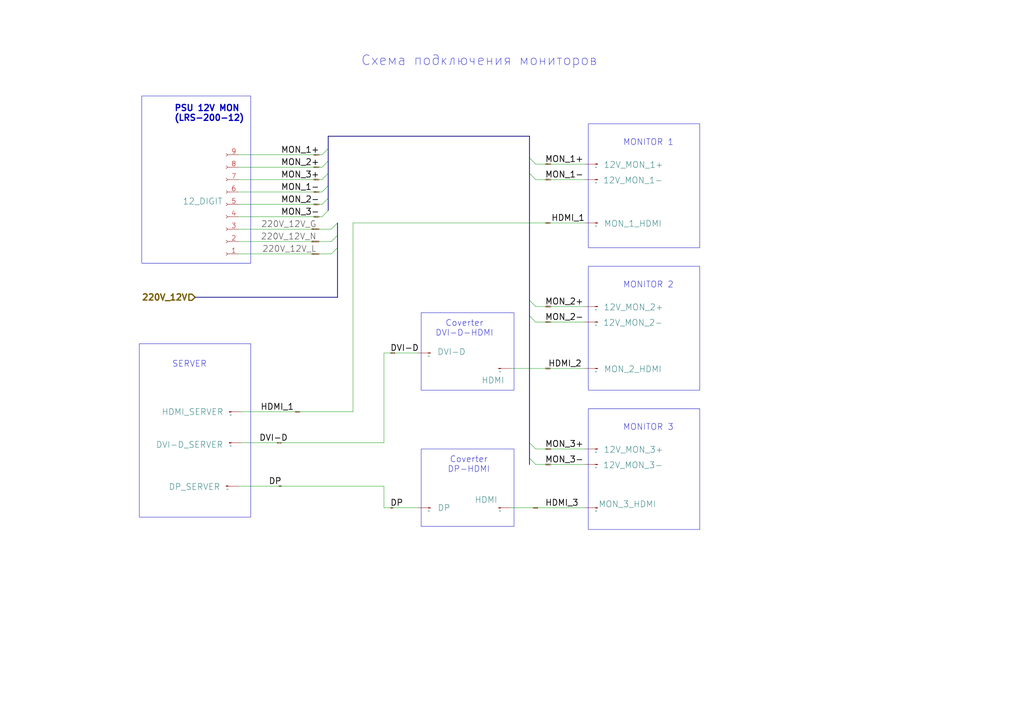
<source format=kicad_sch>
(kicad_sch (version 20250114) (generator "eeschema") (generator_version "9.0")
  (paper "A3")
  (lib_symbols
    (symbol "Connector:Conn_01x01_Pin_(WIDE)" (pin_numbers (hide yes)) (pin_names (offset 1.016) (hide yes))
      (property "Reference" "J" (at 0.254 6.604 0))
      (property "Value" "Conn_01x01_Pin_(WIDE)" (at 0 -2.54 0))
      (symbol "Conn_01x01_Pin_(WIDE)_1_1"
        (rectangle (start 0.8636 0.127) (end 0 -0.127) (stroke (width 0.1524)) (fill (type outline)))
        (polyline (pts (xy 1.27 0) (xy 0.8636 0)) (stroke (width 0.1524)))
        (pin passive line (at 5.08 0 180) (length 3.81) (name "Pin_1") (number "1"))
      )
    )
    (symbol "Connector:Conn_01x09_Socket_WIDE" (pin_names (offset 1.016) (hide yes))
      (property "Reference" "J" (at 0 12.7 0))
      (property "Value" "Conn_01x09_Socket_WIDE" (at 0 -12.7 0))
      (symbol "Conn_01x09_Socket_WIDE_1_1"
        (polyline (pts (xy -1.27 10.16) (xy -0.508 10.16)) (stroke (width 0.1524)))
        (polyline (pts (xy -1.27 5.08) (xy -0.508 5.08)) (stroke (width 0.1524)))
        (polyline (pts (xy -1.27 0) (xy -0.508 0)) (stroke (width 0.1524)))
        (polyline (pts (xy -1.27 -5.08) (xy -0.508 -5.08)) (stroke (width 0.1524)))
        (polyline (pts (xy -1.27 -10.16) (xy -0.508 -10.16)) (stroke (width 0.1524)))
        (polyline (pts (xy -1.27 -15.24) (xy -0.508 -15.24)) (stroke (width 0.1524)))
        (polyline (pts (xy -1.27 -20.32) (xy -0.508 -20.32)) (stroke (width 0.1524)))
        (polyline (pts (xy -1.27 -25.4) (xy -0.508 -25.4)) (stroke (width 0.1524)))
        (polyline (pts (xy -1.27 -30.48) (xy -0.508 -30.48)) (stroke (width 0.1524)))
        (arc (start 0 9.652) (mid -0.5058 10.16) (end 0 10.668) (stroke (width 0.1524)))
        (arc (start 0 4.572) (mid -0.5058 5.08) (end 0 5.588) (stroke (width 0.1524)))
        (arc (start 0 -0.508) (mid -0.5058 0) (end 0 0.508) (stroke (width 0.1524)))
        (arc (start 0 -5.588) (mid -0.5058 -5.08) (end 0 -4.572) (stroke (width 0.1524)))
        (arc (start 0 -10.668) (mid -0.5058 -10.16) (end 0 -9.652) (stroke (width 0.1524)))
        (arc (start 0 -15.748) (mid -0.5058 -15.24) (end 0 -14.732) (stroke (width 0.1524)))
        (arc (start 0 -20.828) (mid -0.5058 -20.32) (end 0 -19.812) (stroke (width 0.1524)))
        (arc (start 0 -25.908) (mid -0.5058 -25.4) (end 0 -24.892) (stroke (width 0.1524)))
        (arc (start 0 -30.988) (mid -0.5058 -30.48) (end 0 -29.972) (stroke (width 0.1524)))
        (pin passive line (at -5.08 10.16 0) (length 3.81) (name "Pin_1") (number "1"))
        (pin passive line (at -5.08 5.08 0) (length 3.81) (name "Pin_2") (number "2"))
        (pin passive line (at -5.08 0 0) (length 3.81) (name "Pin_3") (number "3"))
        (pin passive line (at -5.08 -5.08 0) (length 3.81) (name "Pin_4") (number "4"))
        (pin passive line (at -5.08 -10.16 0) (length 3.81) (name "Pin_5") (number "5"))
        (pin passive line (at -5.08 -15.24 0) (length 3.81) (name "Pin_6") (number "6"))
        (pin passive line (at -5.08 -20.32 0) (length 3.81) (name "Pin_7") (number "7"))
        (pin passive line (at -5.08 -25.4 0) (length 3.81) (name "Pin_8") (number "8"))
        (pin passive line (at -5.08 -30.48 0) (length 3.81) (name "Pin_9") (number "9"))
      )
    )
  )
  (rectangle (start 172.72 184.15) (end 210.82 215.9))
  (rectangle (start 287.02 109.22) (end 241.3 160.02))
  (rectangle (start 57.15 140.97) (end 102.87 212.09))
  (rectangle (start 58.166 39.37) (end 102.87 107.95))
  (rectangle (start 287.02 50.8) (end 241.3 101.6))
  (rectangle (start 172.72 128.27) (end 210.82 160.02))
  (rectangle (start 241.3 167.64) (end 287.02 217.17))
  (text "MONITOR 1" (at 265.938 58.42 0) (effects (font (size 2.5 2.5))))
  (text "Coverter\nDP-HDMI" (at 192.278 190.5 0) (effects (font (size 2.5 2.5))))
  (text "MONITOR 2" (at 265.938 116.84 0) (effects (font (size 2.5 2.5))))
  (text "Coverter\nDVI-D-HDMI" (at 190.5 134.62 0) (effects (font (size 2.5 2.5))))
  (text "SERVER" (at 77.724 149.352 0) (effects (font (size 2.5 2.5))))
  (text "MONITOR 3" (at 265.938 175.26 0) (effects (font (size 2.5 2.5))))
  (text "PSU 12V MON \n(LRS-200-12)\n" (at 85.852 46.482 0) (effects (font (size 2.5 2.5) (thickness 0.5) (bold yes))))
  (text "Схема подключения мониторов" (at 196.596 24.892 0) (effects (font (size 4 4))))
  (bus_entry (at 134.62 86.36) (size -2.54 2.54))
  (bus_entry (at 217.17 187.96) (size 2.54 2.54))
  (bus_entry (at 138.43 101.6) (size -2.54 2.54))
  (bus_entry (at 138.43 96.52) (size -2.54 2.54))
  (bus_entry (at 134.62 71.12) (size -2.54 2.54))
  (bus_entry (at 138.43 91.44) (size -2.54 2.54))
  (bus_entry (at 217.17 129.54) (size 2.54 2.54))
  (bus_entry (at 134.62 81.28) (size -2.54 2.54))
  (bus_entry (at 134.62 66.04) (size -2.54 2.54))
  (bus_entry (at 217.17 123.19) (size 2.54 2.54))
  (bus_entry (at 134.62 76.2) (size -2.54 2.54))
  (bus_entry (at 217.17 71.12) (size 2.54 2.54))
  (bus_entry (at 134.62 60.96) (size -2.54 2.54))
  (bus_entry (at 217.17 64.77) (size 2.54 2.54))
  (bus_entry (at 217.17 181.61) (size 2.54 2.54))
  (wire (pts (xy 132.08 88.9) (xy 97.79 88.9)))
  (wire (pts (xy 144.78 91.44) (xy 144.78 168.91)))
  (wire (pts (xy 135.89 99.06) (xy 97.79 99.06)))
  (wire (pts (xy 219.71 67.31) (xy 240.03 67.31)))
  (bus (pts (xy 217.17 181.61) (xy 217.17 187.96)))
  (bus (pts (xy 217.17 187.96) (xy 217.17 190.5)))
  (wire (pts (xy 219.71 125.73) (xy 240.03 125.73)))
  (wire (pts (xy 219.71 190.5) (xy 240.03 190.5)))
  (wire (pts (xy 132.08 78.74) (xy 97.79 78.74)))
  (wire (pts (xy 144.78 91.44) (xy 240.03 91.44)))
  (wire (pts (xy 157.48 199.39) (xy 157.48 208.28)))
  (wire (pts (xy 132.08 63.5) (xy 97.79 63.5)))
  (bus (pts (xy 217.17 123.19) (xy 217.17 129.54)))
  (wire (pts (xy 209.55 151.13) (xy 240.03 151.13)))
  (wire (pts (xy 157.48 144.78) (xy 171.45 144.78)))
  (wire (pts (xy 219.71 132.08) (xy 240.03 132.08)))
  (bus (pts (xy 217.17 55.88) (xy 217.17 64.77)))
  (wire (pts (xy 135.89 93.98) (xy 97.79 93.98)))
  (bus (pts (xy 134.62 71.12) (xy 134.62 76.2)))
  (wire (pts (xy 99.06 181.61) (xy 157.48 181.61)))
  (bus (pts (xy 134.62 60.96) (xy 134.62 66.04)))
  (wire (pts (xy 157.48 208.28) (xy 171.45 208.28)))
  (bus (pts (xy 138.43 101.6) (xy 138.43 96.52)))
  (wire (pts (xy 209.55 208.28) (xy 240.03 208.28)))
  (wire (pts (xy 219.71 73.66) (xy 240.03 73.66)))
  (bus (pts (xy 134.62 76.2) (xy 134.62 81.28)))
  (bus (pts (xy 138.43 96.52) (xy 138.43 91.44)))
  (wire (pts (xy 132.08 83.82) (xy 97.79 83.82)))
  (wire (pts (xy 157.48 181.61) (xy 157.48 144.78)))
  (bus (pts (xy 217.17 129.54) (xy 217.17 181.61)))
  (wire (pts (xy 132.08 68.58) (xy 97.79 68.58)))
  (bus (pts (xy 217.17 71.12) (xy 217.17 123.19)))
  (bus (pts (xy 134.62 66.04) (xy 134.62 71.12)))
  (bus (pts (xy 134.62 55.88) (xy 217.17 55.88)))
  (wire (pts (xy 135.89 104.14) (xy 97.79 104.14)))
  (bus (pts (xy 138.43 121.92) (xy 80.01 121.92)))
  (bus (pts (xy 217.17 71.12) (xy 217.17 64.77)))
  (wire (pts (xy 99.06 168.91) (xy 144.78 168.91)))
  (bus (pts (xy 138.43 101.6) (xy 138.43 121.92)))
  (wire (pts (xy 97.79 199.39) (xy 157.48 199.39)))
  (wire (pts (xy 219.71 184.15) (xy 240.03 184.15)))
  (bus (pts (xy 134.62 55.88) (xy 134.62 60.96)))
  (wire (pts (xy 132.08 73.66) (xy 97.79 73.66)))
  (bus (pts (xy 134.62 81.28) (xy 134.62 86.36)))
  (label "HDMI_2" (at 224.79 151.13 0) (effects (font (size 2.5 2.5) (thickness 0.3125))))
  (label "MON_1+" (at 131.064 63.5 180) (effects (font (size 2.5 2.5) (thickness 0.3125))))
  (label "MON_3-" (at 131.064 88.9 180) (effects (font (size 2.5 2.5) (thickness 0.3125))))
  (label "DVI-D" (at 118.11 181.61 180) (effects (font (size 2.5 2.5) (thickness 0.3125))))
  (label "MON_3+" (at 223.52 184.15 0) (effects (font (size 2.5 2.5) (thickness 0.3125))))
  (label "HDMI_3" (at 223.52 208.28 0) (effects (font (size 2.5 2.5) (thickness 0.3125))))
  (label "HDMI_1" (at 120.65 168.91 180) (effects (font (size 2.5 2.5) (thickness 0.3125))))
  (label "MON_1+" (at 223.52 67.31 0) (effects (font (size 2.5 2.5) (thickness 0.3125))))
  (label "MON_1-" (at 131.064 78.74 180) (effects (font (size 2.5 2.5) (thickness 0.3125))))
  (label "DVI-D" (at 160.02 144.78 0) (effects (font (size 2.5 2.5) (thickness 0.3125))))
  (label "MON_2-" (at 223.52 132.08 0) (effects (font (size 2.5 2.5) (thickness 0.3125))))
  (label "HDMI_1" (at 226.06 91.44 0) (effects (font (size 2.5 2.5) (thickness 0.3125))))
  (label "MON_2+" (at 131.064 68.58 180) (effects (font (size 2.5 2.5) (thickness 0.3125))))
  (label "DP" (at 115.57 199.39 180) (effects (font (size 2.5 2.5) (thickness 0.3125))))
  (label "MON_2-" (at 131.064 83.82 180) (effects (font (size 2.5 2.5) (thickness 0.3125))))
  (label "220V_12V_N" (at 129.794 99.06 180) (effects (font (size 2.5 2.5))))
  (label "MON_3-" (at 223.52 190.5 0) (effects (font (size 2.5 2.5) (thickness 0.3125))))
  (label "DP" (at 160.02 208.28 0) (effects (font (size 2.5 2.5) (thickness 0.3125))))
  (label "220V_12V_L" (at 129.794 104.14 180) (effects (font (size 2.5 2.5))))
  (label "MON_1-" (at 223.52 73.66 0) (effects (font (size 2.5 2.5) (thickness 0.3125))))
  (label "220V_12V_G" (at 129.794 93.98 180) (effects (font (size 2.5 2.5))))
  (label "MON_3+" (at 131.064 73.66 180) (effects (font (size 2.5 2.5) (thickness 0.3125))))
  (label "MON_2+" (at 223.52 125.73 0) (effects (font (size 2.5 2.5) (thickness 0.3125))))
  (global_label "MON_3-" (shape input) (at 131.064 88.9 180) (effects (font (size 0.3 0.3))) (property "Intersheetrefs" "${INTERSHEET_REFS}" (effects (hide yes))))
  (global_label "MON_2+" (shape input) (at 223.52 125.73 0) (effects (font (size 0.3 0.3))) (property "Intersheetrefs" "${INTERSHEET_REFS}" (effects (hide yes))))
  (global_label "MON_2-" (shape input) (at 131.064 83.82 180) (effects (font (size 0.3 0.3))) (property "Intersheetrefs" "${INTERSHEET_REFS}" (effects (hide yes))))
  (global_label "220V_12V_L" (shape input) (at 131.064 104.14 180) (effects (font (size 0.3 0.3))) (property "Intersheetrefs" "${INTERSHEET_REFS}" (effects (hide yes))))
  (global_label "220V_12V_G" (shape input) (at 131.064 93.98 180) (effects (font (size 0.3 0.3))) (property "Intersheetrefs" "${INTERSHEET_REFS}" (effects (hide yes))))
  (global_label "DVI-D" (shape input) (at 160.02 144.78 0) (effects (font (size 0.3 0.3))) (property "Intersheetrefs" "${INTERSHEET_REFS}" (effects (hide yes))))
  (global_label "MON_3-" (shape input) (at 223.52 190.5 0) (effects (font (size 0.3 0.3))) (property "Intersheetrefs" "${INTERSHEET_REFS}" (effects (hide yes))))
  (global_label "HDMI_1" (shape input) (at 123.19 168.91 180) (effects (font (size 0.3 0.3))) (property "Intersheetrefs" "${INTERSHEET_REFS}" (effects (hide yes))))
  (global_label "MON_1+" (shape input) (at 131.064 63.5 180) (effects (font (size 0.3 0.3))) (property "Intersheetrefs" "${INTERSHEET_REFS}" (effects (hide yes))))
  (global_label "DP" (shape input) (at 115.57 199.39 180) (effects (font (size 0.3 0.3))) (property "Intersheetrefs" "${INTERSHEET_REFS}" (effects (hide yes))))
  (global_label "MON_3+" (shape input) (at 131.064 73.66 180) (effects (font (size 0.3 0.3))) (property "Intersheetrefs" "${INTERSHEET_REFS}" (effects (hide yes))))
  (global_label "MON_2+" (shape input) (at 131.064 68.58 180) (effects (font (size 0.3 0.3))) (property "Intersheetrefs" "${INTERSHEET_REFS}" (effects (hide yes))))
  (global_label "MON_1-" (shape input) (at 223.52 73.66 0) (effects (font (size 0.3 0.3))) (property "Intersheetrefs" "${INTERSHEET_REFS}" (effects (hide yes))))
  (global_label "220V_12V_N" (shape input) (at 131.064 99.06 180) (effects (font (size 0.3 0.3))) (property "Intersheetrefs" "${INTERSHEET_REFS}" (effects (hide yes))))
  (global_label "HDMI_1" (shape input) (at 223.52 91.44 0) (effects (font (size 0.3 0.3))) (property "Intersheetrefs" "${INTERSHEET_REFS}" (effects (hide yes))))
  (global_label "HDMI_2" (shape input) (at 223.52 151.13 0) (effects (font (size 0.3 0.3))) (property "Intersheetrefs" "${INTERSHEET_REFS}" (effects (hide yes))))
  (global_label "MON_1+" (shape input) (at 223.52 67.31 0) (effects (font (size 0.3 0.3))) (property "Intersheetrefs" "${INTERSHEET_REFS}" (effects (hide yes))))
  (global_label "MON_2-" (shape input) (at 223.52 132.08 0) (effects (font (size 0.3 0.3))) (property "Intersheetrefs" "${INTERSHEET_REFS}" (effects (hide yes))))
  (global_label "MON_1-" (shape input) (at 131.064 78.74 180) (effects (font (size 0.3 0.3))) (property "Intersheetrefs" "${INTERSHEET_REFS}" (effects (hide yes))))
  (global_label "DP" (shape input) (at 160.02 208.28 0) (effects (font (size 0.3 0.3))) (property "Intersheetrefs" "${INTERSHEET_REFS}" (effects (hide yes))))
  (global_label "DVI-D" (shape input) (at 115.57 181.61 180) (effects (font (size 0.3 0.3))) (property "Intersheetrefs" "${INTERSHEET_REFS}" (effects (hide yes))))
  (global_label "MON_3+" (shape input) (at 223.52 184.15 0) (effects (font (size 0.3 0.3))) (property "Intersheetrefs" "${INTERSHEET_REFS}" (effects (hide yes))))
  (global_label "HDMI_3" (shape input) (at 218.44 208.28 0) (effects (font (size 0.3 0.3))) (property "Intersheetrefs" "${INTERSHEET_REFS}" (effects (hide yes))))
  (hierarchical_label "220V_12V" (shape input) (at 80.01 121.92 180) (effects (font (size 2.54 2.54) (thickness 0.508) (bold yes))))
  (symbol (lib_id "Connector:Conn_01x01_Pin_(WIDE)") (at 245.11 184.15 0) (mirror y) (unit 1)
    (property "Reference" "12V_MON_3+" (at 259.842 184.404 0) (effects (font (size 2.5 2.5))))
    (property "Value" "~" (at 244.475 185.42 0))
    (property "Description" "Generic connector, single row, 01x01, script generated" (effects (hide yes)))
  )
  (symbol (lib_id "Connector:Conn_01x01_Pin_(WIDE)") (at 245.11 67.31 0) (mirror y) (unit 1)
    (property "Reference" "12V_MON_1+" (at 259.842 67.564 0) (effects (font (size 2.5 2.5))))
    (property "Value" "~" (at 244.475 68.58 0))
    (property "Description" "Generic connector, single row, 01x01, script generated" (effects (hide yes)))
  )
  (symbol (lib_id "Connector:Conn_01x01_Pin_(WIDE)") (at 176.53 208.28 0) (mirror y) (unit 1)
    (property "Reference" "DP" (at 182.118 208.28 0) (effects (font (size 2.5 2.5))))
    (property "Value" "~" (at 175.895 209.55 0))
    (property "Description" "Generic connector, single row, 01x01, script generated" (effects (hide yes)))
  )
  (symbol (lib_id "Connector:Conn_01x01_Pin_(WIDE)") (at 176.53 144.78 0) (mirror y) (unit 1)
    (property "Reference" "DVI-D" (at 185.166 144.272 0) (effects (font (size 2.5 2.5))))
    (property "Value" "~" (at 175.895 146.05 0))
    (property "Description" "Generic connector, single row, 01x01, script generated" (effects (hide yes)))
  )
  (symbol (lib_id "Connector:Conn_01x01_Pin_(WIDE)") (at 245.11 132.08 0) (mirror y) (unit 1)
    (property "Reference" "12V_MON_2-" (at 259.588 132.334 0) (effects (font (size 2.5 2.5))))
    (property "Value" "~" (at 244.475 133.35 0))
    (property "Description" "Generic connector, single row, 01x01, script generated" (effects (hide yes)))
  )
  (symbol (lib_id "Connector:Conn_01x01_Pin_(WIDE)") (at 245.11 208.28 0) (mirror y) (unit 1)
    (property "Reference" "MON_3_HDMI" (at 257.302 206.756 0) (effects (font (size 2.5 2.5))))
    (property "Value" "~" (at 244.475 209.55 0))
    (property "Description" "Generic connector, single row, 01x01, script generated" (effects (hide yes)))
  )
  (symbol (lib_id "Connector:Conn_01x01_Pin_(WIDE)") (at 93.98 168.91 0) (unit 1)
    (property "Reference" "HDMI_SERVER" (at 78.994 168.91 0) (effects (font (size 2.5 2.5))))
    (property "Value" "~" (at 94.615 170.18 0))
    (property "Description" "Generic connector, single row, 01x01, script generated" (effects (hide yes)))
  )
  (symbol (lib_id "Connector:Conn_01x01_Pin_(WIDE)") (at 245.11 190.5 0) (mirror y) (unit 1)
    (property "Reference" "12V_MON_3-" (at 259.588 190.754 0) (effects (font (size 2.5 2.5))))
    (property "Value" "~" (at 244.475 191.77 0))
    (property "Description" "Generic connector, single row, 01x01, script generated" (effects (hide yes)))
  )
  (symbol (lib_id "Connector:Conn_01x01_Pin_(WIDE)") (at 204.47 151.13 0) (unit 1)
    (property "Reference" "HDMI" (at 202.184 155.956 0) (effects (font (size 2.5 2.5))))
    (property "Value" "~" (at 205.105 152.4 0))
    (property "Description" "Generic connector, single row, 01x01, script generated" (effects (hide yes)))
  )
  (symbol (lib_id "Connector:Conn_01x01_Pin_(WIDE)") (at 204.47 208.28 0) (unit 1)
    (property "Reference" "HDMI" (at 199.39 204.978 0) (effects (font (size 2.5 2.5))))
    (property "Value" "~" (at 205.105 209.55 0))
    (property "Description" "Generic connector, single row, 01x01, script generated" (effects (hide yes)))
  )
  (symbol (lib_id "Connector:Conn_01x01_Pin_(WIDE)") (at 93.98 181.61 0) (unit 1)
    (property "Reference" "DVI-D_SERVER" (at 77.724 182.372 0) (effects (font (size 2.5 2.5))))
    (property "Value" "~" (at 94.615 182.88 0))
    (property "Description" "Generic connector, single row, 01x01, script generated" (effects (hide yes)))
  )
  (symbol (lib_id "Connector:Conn_01x01_Pin_(WIDE)") (at 92.71 199.39 0) (unit 1)
    (property "Reference" "DP_SERVER" (at 79.756 199.644 0) (effects (font (size 2.5 2.5))))
    (property "Value" "~" (at 93.345 200.66 0))
    (property "Description" "Generic connector, single row, 01x01, script generated" (effects (hide yes)))
  )
  (symbol (lib_id "Connector:Conn_01x09_Socket_WIDE") (at 92.71 93.98 180) (unit 1)
    (property "Reference" "J32" (effects (hide yes)))
    (property "Value" "12_DIGIT" (at 91.44 82.5501 0) (effects (font (size 2.54 2.54)) (justify left)))
    (property "Description" "Generic connector, single row, 01x09, script generated" (effects (hide yes)))
  )
  (symbol (lib_id "Connector:Conn_01x01_Pin_(WIDE)") (at 245.11 151.13 0) (mirror y) (unit 1)
    (property "Reference" "MON_2_HDMI" (at 259.588 151.384 0) (effects (font (size 2.5 2.5))))
    (property "Value" "~" (at 244.475 152.4 0))
    (property "Description" "Generic connector, single row, 01x01, script generated" (effects (hide yes)))
  )
  (symbol (lib_id "Connector:Conn_01x01_Pin_(WIDE)") (at 245.11 91.44 0) (mirror y) (unit 1)
    (property "Reference" "MON_1_HDMI" (at 259.588 91.694 0) (effects (font (size 2.5 2.5))))
    (property "Value" "~" (at 244.475 92.71 0))
    (property "Description" "Generic connector, single row, 01x01, script generated" (effects (hide yes)))
  )
  (symbol (lib_id "Connector:Conn_01x01_Pin_(WIDE)") (at 245.11 125.73 0) (mirror y) (unit 1)
    (property "Reference" "12V_MON_2+" (at 259.842 125.984 0) (effects (font (size 2.5 2.5))))
    (property "Value" "~" (at 244.475 127 0))
    (property "Description" "Generic connector, single row, 01x01, script generated" (effects (hide yes)))
  )
  (symbol (lib_id "Connector:Conn_01x01_Pin_(WIDE)") (at 245.11 73.66 0) (mirror y) (unit 1)
    (property "Reference" "12V_MON_1-" (at 259.588 73.914 0) (effects (font (size 2.5 2.5))))
    (property "Value" "~" (at 244.475 74.93 0))
    (property "Description" "Generic connector, single row, 01x01, script generated" (effects (hide yes)))
  )
)
</source>
